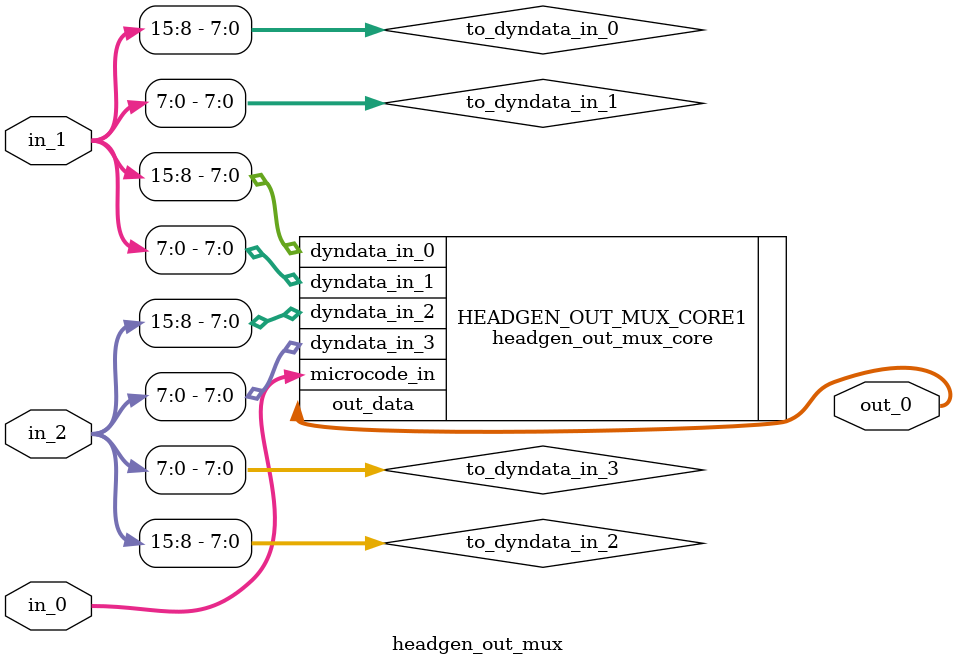
<source format=v>
`timescale 1ns / 1ps
module headgen_out_mux (
input [8:0] in_0,
input [15:0] in_1,
input [15:0] in_2,
output [7:0] out_0
);

wire [7:0] to_dyndata_in_0;
wire [7:0] to_dyndata_in_1;
wire [7:0] to_dyndata_in_2;
wire [7:0] to_dyndata_in_3;

//Split incoming 16bit inputs into two 8bits accepted by the "headgen_out_mux_core" module
assign {to_dyndata_in_0, to_dyndata_in_1} = in_1;
assign {to_dyndata_in_2, to_dyndata_in_3} = in_2;

//"Headgen_out_mux_core" module instantiation
headgen_out_mux_core HEADGEN_OUT_MUX_CORE1(
	.microcode_in(in_0), 
	.dyndata_in_0(to_dyndata_in_0), 
	.dyndata_in_1(to_dyndata_in_1), 
	.dyndata_in_2(to_dyndata_in_2), 
	.dyndata_in_3(to_dyndata_in_3), 
	.out_data(out_0));

endmodule

</source>
